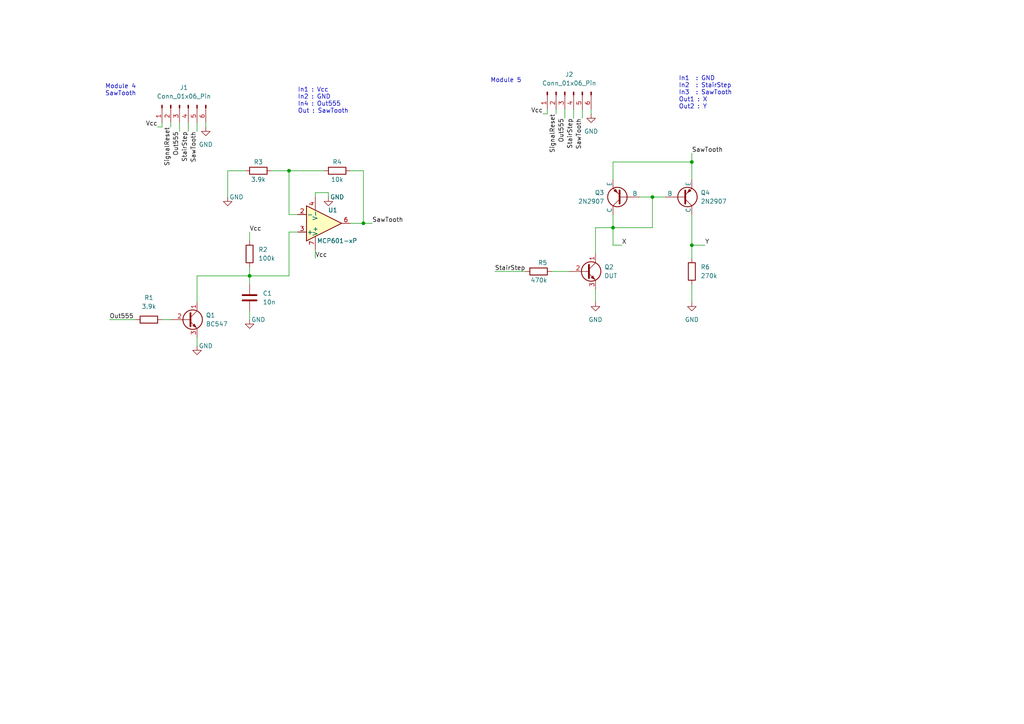
<source format=kicad_sch>
(kicad_sch (version 20230121) (generator eeschema)
  (paper "A4")
  (lib_symbols
    (symbol "Amplifier_Operational:MCP601-xP" (pin_names (offset 0.127))
      (property "Reference" "U" (at 0 6.35 0))
      (property "Value" "MCP601-xP" (at 0 3.81 0))
      (symbol "MCP601-xP_0_1"
        (polyline (pts (xy -5.08 5.08) (xy 5.08 0) (xy -5.08 -5.08) (xy -5.08 5.08)) (stroke (width 0.254)) (fill (type background)))
      )
      (symbol "MCP601-xP_1_1"
        (pin no_connect line (at -5.08 -2.54 90) (length 2.54) hide (name "NC") (number "1"))
        (pin input line (at -7.62 -2.54 0) (length 2.54) (name "-") (number "2"))
        (pin input line (at -7.62 2.54 0) (length 2.54) (name "+") (number "3"))
        (pin power_in line (at -2.54 -7.62 90) (length 3.81) (name "V-") (number "4"))
        (pin no_connect line (at -2.54 -2.54 90) (length 2.54) hide (name "NC") (number "5"))
        (pin output line (at 7.62 0 180) (length 2.54) (name "~") (number "6"))
        (pin power_in line (at -2.54 7.62 270) (length 3.81) (name "V+") (number "7"))
        (pin no_connect line (at 0 -2.54 90) (length 2.54) hide (name "NC") (number "8"))
      )
    )
    (symbol "Connector:Conn_01x06_Pin" (pin_names (offset 1.016) hide)
      (property "Reference" "J" (at 0 7.62 0))
      (property "Value" "Conn_01x06_Pin" (at 0 -10.16 0))
      (symbol "Conn_01x06_Pin_1_1"
        (polyline (pts (xy 1.27 -7.62) (xy 0.8636 -7.62)) (stroke (width 0.1524)))
        (polyline (pts (xy 1.27 -5.08) (xy 0.8636 -5.08)) (stroke (width 0.1524)))
        (polyline (pts (xy 1.27 -2.54) (xy 0.8636 -2.54)) (stroke (width 0.1524)))
        (polyline (pts (xy 1.27 0) (xy 0.8636 0)) (stroke (width 0.1524)))
        (polyline (pts (xy 1.27 2.54) (xy 0.8636 2.54)) (stroke (width 0.1524)))
        (polyline (pts (xy 1.27 5.08) (xy 0.8636 5.08)) (stroke (width 0.1524)))
        (rectangle (start 0.8636 -7.493) (end 0 -7.747) (stroke (width 0.1524)) (fill (type outline)))
        (rectangle (start 0.8636 -4.953) (end 0 -5.207) (stroke (width 0.1524)) (fill (type outline)))
        (rectangle (start 0.8636 -2.413) (end 0 -2.667) (stroke (width 0.1524)) (fill (type outline)))
        (rectangle (start 0.8636 0.127) (end 0 -0.127) (stroke (width 0.1524)) (fill (type outline)))
        (rectangle (start 0.8636 2.667) (end 0 2.413) (stroke (width 0.1524)) (fill (type outline)))
        (rectangle (start 0.8636 5.207) (end 0 4.953) (stroke (width 0.1524)) (fill (type outline)))
        (pin passive line (at 5.08 5.08 180) (length 3.81) (name "Pin_1") (number "1"))
        (pin passive line (at 5.08 2.54 180) (length 3.81) (name "Pin_2") (number "2"))
        (pin passive line (at 5.08 0 180) (length 3.81) (name "Pin_3") (number "3"))
        (pin passive line (at 5.08 -2.54 180) (length 3.81) (name "Pin_4") (number "4"))
        (pin passive line (at 5.08 -5.08 180) (length 3.81) (name "Pin_5") (number "5"))
        (pin passive line (at 5.08 -7.62 180) (length 3.81) (name "Pin_6") (number "6"))
      )
    )
    (symbol "Device:C" (pin_numbers hide) (pin_names (offset 0.254))
      (property "Reference" "C" (at 0.635 2.54 0))
      (property "Value" "C" (at 0.635 -2.54 0))
      (symbol "C_0_1"
        (polyline (pts (xy -2.032 -0.762) (xy 2.032 -0.762)) (stroke (width 0.508)))
        (polyline (pts (xy -2.032 0.762) (xy 2.032 0.762)) (stroke (width 0.508)))
      )
      (symbol "C_1_1"
        (pin passive line (at 0 3.81 270) (length 2.794) (name "~") (number "1"))
        (pin passive line (at 0 -3.81 90) (length 2.794) (name "~") (number "2"))
      )
    )
    (symbol "Device:R" (pin_numbers hide) (pin_names (offset 0))
      (property "Reference" "R" (at 2.032 0 90))
      (property "Value" "R" (at 0 0 90))
      (symbol "R_0_1"
        (rectangle (start -1.016 -2.54) (end 1.016 2.54) (stroke (width 0.254)))
      )
      (symbol "R_1_1"
        (pin passive line (at 0 3.81 270) (length 1.27) (name "~") (number "1"))
        (pin passive line (at 0 -3.81 90) (length 1.27) (name "~") (number "2"))
      )
    )
    (symbol "Simulation_SPICE:PNP" (pin_numbers hide) (pin_names (offset 0))
      (property "Reference" "Q" (at -2.54 7.62 0))
      (property "Value" "PNP" (at -2.54 5.08 0))
      (symbol "PNP_0_1"
        (polyline (pts (xy -2.54 0) (xy 0.635 0)) (stroke (width 0.1524)))
        (polyline (pts (xy 0.635 0.635) (xy 2.54 2.54)))
        (polyline (pts (xy 0.635 -0.635) (xy 2.54 -2.54) (xy 2.54 -2.54)))
        (polyline (pts (xy 0.635 1.905) (xy 0.635 -1.905) (xy 0.635 -1.905)) (stroke (width 0.508)))
        (polyline (pts (xy 2.286 -1.778) (xy 1.778 -2.286) (xy 1.27 -1.27) (xy 2.286 -1.778) (xy 2.286 -1.778)) (fill (type outline)))
        (circle (center 1.27 0) (radius 2.8194) (stroke (width 0.254)))
      )
      (symbol "PNP_1_1"
        (pin open_collector line (at 2.54 5.08 270) (length 2.54) (name "C") (number "1"))
        (pin input line (at -5.08 0 0) (length 2.54) (name "B") (number "2"))
        (pin open_emitter line (at 2.54 -5.08 90) (length 2.54) (name "E") (number "3"))
      )
    )
    (symbol "Transistor_BJT:BC547" (pin_names (offset 0) hide)
      (property "Reference" "Q" (at 5.08 1.905 0))
      (property "Value" "BC547" (at 5.08 0 0))
      (symbol "BC547_0_1"
        (polyline (pts (xy 0 0) (xy 0.635 0)))
        (polyline (pts (xy 0.635 0.635) (xy 2.54 2.54)))
        (polyline (pts (xy 0.635 -0.635) (xy 2.54 -2.54) (xy 2.54 -2.54)))
        (polyline (pts (xy 0.635 1.905) (xy 0.635 -1.905) (xy 0.635 -1.905)) (stroke (width 0.508)))
        (polyline (pts (xy 1.27 -1.778) (xy 1.778 -1.27) (xy 2.286 -2.286) (xy 1.27 -1.778) (xy 1.27 -1.778)) (fill (type outline)))
        (circle (center 1.27 0) (radius 2.8194) (stroke (width 0.254)))
      )
      (symbol "BC547_1_1"
        (pin passive line (at 2.54 5.08 270) (length 2.54) (name "C") (number "1"))
        (pin input line (at -5.08 0 0) (length 5.08) (name "B") (number "2"))
        (pin passive line (at 2.54 -5.08 90) (length 2.54) (name "E") (number "3"))
      )
    )
    (symbol "power:GND" (power) (pin_names (offset 0))
      (property "Value" "GND" (at 0 -3.81 0))
      (symbol "GND_0_1"
        (polyline (pts (xy 0 0) (xy 0 -1.27) (xy 1.27 -1.27) (xy 0 -2.54) (xy -1.27 -1.27) (xy 0 -1.27)))
      )
      (symbol "GND_1_1"
        (pin power_in line (at 0 0 270) (length 0) hide (name "GND") (number "1"))
      )
    )
  )
  (junction (at 177.8 66.04))
  (junction (at 200.66 46.99))
  (junction (at 200.66 71.12))
  (junction (at 105.41 64.77))
  (junction (at 83.82 49.53))
  (junction (at 189.23 57.15))
  (junction (at 72.39 80.01))
  (wire (pts (xy 52.07 35.56) (xy 52.07 38.1)))
  (wire (pts (xy 177.8 52.07) (xy 177.8 46.99)))
  (wire (pts (xy 83.82 49.53) (xy 93.98 49.53)))
  (wire (pts (xy 95.25 55.88) (xy 95.25 57.15)))
  (wire (pts (xy 200.66 82.55) (xy 200.66 87.63)))
  (wire (pts (xy 91.44 57.15) (xy 91.44 55.88)))
  (wire (pts (xy 166.37 31.75) (xy 166.37 34.29)))
  (wire (pts (xy 57.15 35.56) (xy 57.15 38.1)))
  (wire (pts (xy 200.66 62.23) (xy 200.66 71.12)))
  (wire (pts (xy 200.66 71.12) (xy 204.47 71.12)))
  (wire (pts (xy 200.66 46.99) (xy 200.66 52.07)))
  (wire (pts (xy 161.29 31.75) (xy 161.29 33.02)))
  (wire (pts (xy 171.45 31.75) (xy 171.45 33.02)))
  (wire (pts (xy 46.99 36.83) (xy 45.72 36.83)))
  (wire (pts (xy 72.39 77.47) (xy 72.39 80.01)))
  (wire (pts (xy 57.15 87.63) (xy 57.15 80.01)))
  (wire (pts (xy 189.23 57.15) (xy 189.23 66.04)))
  (wire (pts (xy 57.15 97.79) (xy 57.15 100.33)))
  (wire (pts (xy 91.44 72.39) (xy 91.44 74.93)))
  (wire (pts (xy 200.66 44.45) (xy 200.66 46.99)))
  (wire (pts (xy 46.99 35.56) (xy 46.99 36.83)))
  (wire (pts (xy 185.42 57.15) (xy 189.23 57.15)))
  (wire (pts (xy 180.34 71.12) (xy 177.8 71.12)))
  (wire (pts (xy 83.82 67.31) (xy 83.82 80.01)))
  (wire (pts (xy 72.39 80.01) (xy 72.39 82.55)))
  (wire (pts (xy 172.72 66.04) (xy 177.8 66.04)))
  (wire (pts (xy 72.39 67.31) (xy 72.39 69.85)))
  (wire (pts (xy 66.04 49.53) (xy 71.12 49.53)))
  (wire (pts (xy 83.82 80.01) (xy 72.39 80.01)))
  (wire (pts (xy 78.74 49.53) (xy 83.82 49.53)))
  (wire (pts (xy 168.91 31.75) (xy 168.91 34.29)))
  (wire (pts (xy 83.82 49.53) (xy 83.82 62.23)))
  (wire (pts (xy 193.04 57.15) (xy 189.23 57.15)))
  (wire (pts (xy 91.44 55.88) (xy 95.25 55.88)))
  (wire (pts (xy 177.8 46.99) (xy 200.66 46.99)))
  (wire (pts (xy 172.72 73.66) (xy 172.72 66.04)))
  (wire (pts (xy 86.36 67.31) (xy 83.82 67.31)))
  (wire (pts (xy 59.69 35.56) (xy 59.69 36.83)))
  (wire (pts (xy 200.66 71.12) (xy 200.66 74.93)))
  (wire (pts (xy 177.8 66.04) (xy 189.23 66.04)))
  (wire (pts (xy 46.99 92.71) (xy 49.53 92.71)))
  (wire (pts (xy 49.53 35.56) (xy 49.53 36.83)))
  (wire (pts (xy 143.51 78.74) (xy 152.4 78.74)))
  (wire (pts (xy 105.41 64.77) (xy 107.95 64.77)))
  (wire (pts (xy 105.41 49.53) (xy 105.41 64.77)))
  (wire (pts (xy 160.02 78.74) (xy 165.1 78.74)))
  (wire (pts (xy 66.04 57.15) (xy 66.04 49.53)))
  (wire (pts (xy 101.6 49.53) (xy 105.41 49.53)))
  (wire (pts (xy 72.39 90.17) (xy 72.39 92.71)))
  (wire (pts (xy 54.61 35.56) (xy 54.61 38.1)))
  (wire (pts (xy 158.75 31.75) (xy 158.75 33.02)))
  (wire (pts (xy 172.72 83.82) (xy 172.72 87.63)))
  (wire (pts (xy 86.36 62.23) (xy 83.82 62.23)))
  (wire (pts (xy 177.8 66.04) (xy 177.8 71.12)))
  (wire (pts (xy 177.8 62.23) (xy 177.8 66.04)))
  (wire (pts (xy 101.6 64.77) (xy 105.41 64.77)))
  (wire (pts (xy 163.83 31.75) (xy 163.83 34.29)))
  (wire (pts (xy 57.15 80.01) (xy 72.39 80.01)))
  (wire (pts (xy 31.75 92.71) (xy 39.37 92.71)))
  (wire (pts (xy 158.75 33.02) (xy 157.48 33.02)))
  (text "Module 5" (at 142.24 24.13 0) (effects (font (size 1.27 1.27)) (justify left bottom)))
  (text "Module 4\nSawTooth" (at 30.48 27.94 0) (effects (font (size 1.27 1.27)) (justify left bottom)))
  (text "In1 : Vcc\nIn2 : GND\nIn4 : Out555\nOut : SawTooth" (at 86.36 33.02 0) (effects (font (size 1.27 1.27)) (justify left bottom)))
  (text "In1  : GND\nIn2  : StairStep\nIn3  : SawTooth\nOut1 : X\nOut2 : Y" (at 196.85 31.75 0) (effects (font (size 1.27 1.27)) (justify left bottom)))
  (label "SignalReset" (at 49.53 36.83 270))
  (label "Vcc" (at 91.44 74.93 0))
  (label "Vcc" (at 72.39 67.31 0))
  (label "X" (at 180.34 71.12 0))
  (label "Vcc" (at 45.72 36.83 180))
  (label "Out555" (at 163.83 34.29 270))
  (label "Out555" (at 31.75 92.71 0))
  (label "StairStep" (at 54.61 38.1 270))
  (label "SawTooth" (at 107.95 64.77 0))
  (label "SawTooth" (at 168.91 34.29 270))
  (label "Out555" (at 52.07 38.1 270))
  (label "StairStep" (at 143.51 78.74 0))
  (label "Y" (at 204.47 71.12 0))
  (label "StairStep" (at 166.37 34.29 270))
  (label "SignalReset" (at 161.29 33.02 270))
  (label "SawTooth" (at 200.66 44.45 0))
  (label "Vcc" (at 157.48 33.02 180))
  (label "SawTooth" (at 57.15 38.1 270))
  (symbol (lib_id "Device:R") (at 43.18 92.71 270) (unit 1)
    (property "Reference" "R1" (at 43.18 86.36 90))
    (property "Value" "3.9k" (at 43.18 88.9 90))
    (property "Footprint" "Resistor_THT:R_Axial_DIN0411_L9.9mm_D3.6mm_P15.24mm_Horizontal" (effects hide))
  )
  (symbol (lib_id "Device:C") (at 72.39 86.36 0) (unit 1)
    (property "Reference" "C1" (at 76.2 85.09 0) (effects (justify left)))
    (property "Value" "10n" (at 76.2 87.63 0) (effects (justify left)))
    (property "Footprint" "Capacitor_THT:C_Disc_D7.5mm_W2.5mm_P5.00mm" (effects hide))
  )
  (symbol (lib_id "Connector:Conn_01x06_Pin") (at 52.07 30.48 90) (mirror x) (unit 1)
    (property "Reference" "J1" (at 53.34 25.4 90))
    (property "Value" "Conn_01x06_Pin" (at 53.34 27.94 90))
    (property "Footprint" "Connector_PinHeader_2.54mm:PinHeader_1x06_P2.54mm_Horizontal" (effects hide))
  )
  (symbol (lib_id "power:GND") (at 59.69 36.83 0) (unit 1)
    (property "Reference" "#PWR02" (effects hide))
    (property "Value" "GND" (at 59.69 41.91 0))
  )
  (symbol (lib_id "power:GND") (at 72.39 92.71 0) (unit 1)
    (property "Reference" "#PWR04" (effects hide))
    (property "Value" "GND" (at 74.93 92.71 0))
  )
  (symbol (lib_id "Connector:Conn_01x06_Pin") (at 163.83 26.67 90) (mirror x) (unit 1)
    (property "Reference" "J2" (at 165.1 21.59 90))
    (property "Value" "Conn_01x06_Pin" (at 165.1 24.13 90))
    (property "Footprint" "Connector_PinHeader_2.54mm:PinHeader_1x06_P2.54mm_Horizontal" (effects hide))
  )
  (symbol (lib_id "power:GND") (at 95.25 57.15 0) (unit 1)
    (property "Reference" "#PWR05" (effects hide))
    (property "Value" "GND" (at 97.79 57.15 0))
  )
  (symbol (lib_id "power:GND") (at 200.66 87.63 0) (unit 1)
    (property "Reference" "#PWR08" (effects hide))
    (property "Value" "GND" (at 200.66 92.71 0))
  )
  (symbol (lib_id "Device:R") (at 74.93 49.53 270) (unit 1)
    (property "Reference" "R3" (at 74.93 46.99 90))
    (property "Value" "3.9k" (at 74.93 52.07 90))
    (property "Footprint" "Resistor_THT:R_Axial_DIN0411_L9.9mm_D3.6mm_P15.24mm_Horizontal" (effects hide))
  )
  (symbol (lib_id "Transistor_BJT:BC547") (at 54.61 92.71 0) (unit 1)
    (property "Reference" "Q1" (at 59.69 91.44 0) (effects (justify left)))
    (property "Value" "BC547" (at 59.69 93.98 0) (effects (justify left)))
    (property "Footprint" "Package_TO_SOT_THT:TO-92_Inline" (effects hide))
    (property "Datasheet" "https://www.onsemi.com/pub/Collateral/BC550-D.pdf" (effects hide))
  )
  (symbol (lib_id "Simulation_SPICE:PNP") (at 198.12 57.15 0) (mirror x) (unit 1)
    (property "Reference" "Q4" (at 203.2 55.88 0) (effects (justify left)))
    (property "Value" "2N2907" (at 203.2 58.42 0) (effects (justify left)))
    (property "Footprint" "Package_TO_SOT_THT:TO-92_Inline" (effects hide))
    (property "Sim.Device" "PNP" (effects hide))
    (property "Sim.Type" "GUMMELPOON" (effects hide))
    (property "Sim.Pins" "1=C 2=B 3=E" (effects hide))
  )
  (symbol (lib_id "power:GND") (at 171.45 33.02 0) (unit 1)
    (property "Reference" "#PWR06" (effects hide))
    (property "Value" "GND" (at 171.45 38.1 0))
  )
  (symbol (lib_id "Device:R") (at 200.66 78.74 0) (unit 1)
    (property "Reference" "R6" (at 203.2 77.47 0) (effects (justify left)))
    (property "Value" "270k" (at 203.2 80.01 0) (effects (justify left)))
    (property "Footprint" "Resistor_THT:R_Axial_DIN0411_L9.9mm_D3.6mm_P15.24mm_Horizontal" (effects hide))
  )
  (symbol (lib_id "power:GND") (at 57.15 100.33 0) (unit 1)
    (property "Reference" "#PWR01" (effects hide))
    (property "Value" "GND" (at 59.69 100.33 0))
  )
  (symbol (lib_id "Simulation_SPICE:PNP") (at 180.34 57.15 180) (unit 1)
    (property "Reference" "Q3" (at 175.26 55.88 0) (effects (justify left)))
    (property "Value" "2N2907" (at 175.26 58.42 0) (effects (justify left)))
    (property "Footprint" "Package_TO_SOT_THT:TO-92_Inline" (effects hide))
    (property "Sim.Device" "PNP" (effects hide))
    (property "Sim.Type" "GUMMELPOON" (effects hide))
    (property "Sim.Pins" "1=C 2=B 3=E" (effects hide))
  )
  (symbol (lib_id "Device:R") (at 156.21 78.74 90) (unit 1)
    (property "Reference" "R5" (at 158.75 76.2 90) (effects (justify left)))
    (property "Value" "470k" (at 158.75 81.28 90) (effects (justify left)))
    (property "Footprint" "Resistor_THT:R_Axial_DIN0411_L9.9mm_D3.6mm_P15.24mm_Horizontal" (effects hide))
  )
  (symbol (lib_id "Transistor_BJT:BC547") (at 170.18 78.74 0) (unit 1)
    (property "Reference" "Q2" (at 175.26 77.47 0) (effects (justify left)))
    (property "Value" "DUT" (at 175.26 80.01 0) (effects (justify left)))
    (property "Footprint" "Package_TO_SOT_THT:TO-92_Inline" (effects hide))
    (property "Datasheet" "https://www.onsemi.com/pub/Collateral/BC550-D.pdf" (effects hide))
  )
  (symbol (lib_id "Amplifier_Operational:MCP601-xP") (at 93.98 64.77 0) (mirror x) (unit 1)
    (property "Reference" "U1" (at 96.52 60.96 0))
    (property "Value" "MCP601-xP" (at 97.79 69.85 0))
    (property "Footprint" "Package_DIP:DIP-8_W7.62mm" (effects hide))
    (property "Datasheet" "http://ww1.microchip.com/downloads/en/DeviceDoc/21314g.pdf" (effects hide))
  )
  (symbol (lib_id "power:GND") (at 66.04 57.15 0) (unit 1)
    (property "Reference" "#PWR03" (effects hide))
    (property "Value" "GND" (at 68.58 57.15 0))
  )
  (symbol (lib_id "Device:R") (at 97.79 49.53 270) (unit 1)
    (property "Reference" "R4" (at 97.79 46.99 90))
    (property "Value" "10k" (at 97.79 52.07 90))
    (property "Footprint" "Resistor_THT:R_Axial_DIN0411_L9.9mm_D3.6mm_P15.24mm_Horizontal" (effects hide))
  )
  (symbol (lib_id "power:GND") (at 172.72 87.63 0) (unit 1)
    (property "Reference" "#PWR07" (effects hide))
    (property "Value" "GND" (at 172.72 92.71 0))
  )
  (symbol (lib_id "Device:R") (at 72.39 73.66 0) (unit 1)
    (property "Reference" "R2" (at 74.93 72.39 0) (effects (justify left)))
    (property "Value" "100k" (at 74.93 74.93 0) (effects (justify left)))
    (property "Footprint" "Resistor_THT:R_Axial_DIN0411_L9.9mm_D3.6mm_P15.24mm_Horizontal" (effects hide))
  )
)
</source>
